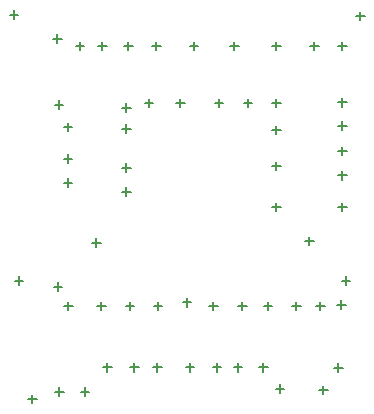
<source format=gbr>
%TF.GenerationSoftware,Altium Limited,Altium Designer,20.0.10 (225)*%
G04 Layer_Color=128*
%FSLAX26Y26*%
%MOIN*%
%TF.FileFunction,Drillmap*%
%TF.Part,CustomerPanel*%
G01*
G75*
%TA.AperFunction,NonConductor*%
%ADD28C,0.005000*%
D28*
X2336276Y3282618D02*
X2364276D01*
X2350276Y3268618D02*
Y3296618D01*
X2646276Y2995000D02*
X2674276D01*
X2660276Y2981000D02*
Y3009000D01*
X2841276Y3065000D02*
X2869276D01*
X2855276Y3051000D02*
Y3079000D01*
X2866276Y3355000D02*
X2894276D01*
X2880276Y3341000D02*
Y3369000D01*
X2851276Y3275000D02*
X2879276D01*
X2865276Y3261000D02*
Y3289000D01*
X1776276Y3355000D02*
X1804276D01*
X1790276Y3341000D02*
Y3369000D01*
X1906276Y3335000D02*
X1934276D01*
X1920276Y3321000D02*
Y3349000D01*
X1911276Y2985000D02*
X1939276D01*
X1925276Y2971000D02*
Y2999000D01*
X1996276Y2985000D02*
X2024276D01*
X2010276Y2971000D02*
Y2999000D01*
X1941276Y3270000D02*
X1969276D01*
X1955276Y3256000D02*
Y3284000D01*
X2051276Y3270000D02*
X2079276D01*
X2065276Y3256000D02*
Y3284000D01*
X2071276Y3065875D02*
X2099276D01*
X2085276Y3051875D02*
Y3079875D01*
X2161276Y3065875D02*
X2189276D01*
X2175276Y3051875D02*
Y3079875D01*
X2146276Y3270000D02*
X2174276D01*
X2160276Y3256000D02*
Y3284000D01*
X2436276Y3065875D02*
X2464276D01*
X2450276Y3051875D02*
Y3079875D01*
X2240445Y3270000D02*
X2268445D01*
X2254445Y3256000D02*
Y3284000D01*
X2238132Y3065875D02*
X2266132D01*
X2252132Y3051875D02*
Y3079875D01*
X2346276Y3065875D02*
X2374276D01*
X2360276Y3051875D02*
Y3079875D01*
X2506276Y3065875D02*
X2534276D01*
X2520276Y3051875D02*
Y3079875D01*
X2425019Y3270000D02*
X2453019D01*
X2439019Y3256000D02*
Y3284000D01*
X2781276Y3270000D02*
X2809276D01*
X2795276Y3256000D02*
Y3284000D01*
X2701276Y3270000D02*
X2729276D01*
X2715276Y3256000D02*
Y3284000D01*
X2607608Y3270000D02*
X2635608D01*
X2621608Y3256000D02*
Y3284000D01*
X2521276Y3270000D02*
X2549276D01*
X2535276Y3256000D02*
Y3284000D01*
X2591276Y3065875D02*
X2619276D01*
X2605276Y3051875D02*
Y3079875D01*
X2791276Y2990000D02*
X2819276D01*
X2805276Y2976000D02*
Y3004000D01*
X1821276Y2960000D02*
X1849276D01*
X1835276Y2946000D02*
Y2974000D01*
X1759819Y4241969D02*
X1787819D01*
X1773819Y4227969D02*
Y4255969D01*
X2854819Y3949351D02*
X2882819D01*
X2868819Y3935351D02*
Y3963351D01*
X2761492Y4136969D02*
X2789492D01*
X2775492Y4122969D02*
Y4150969D01*
X2854819Y4136969D02*
X2882819D01*
X2868819Y4122969D02*
Y4150969D01*
X1909819Y3941969D02*
X1937819D01*
X1923819Y3927969D02*
Y3955969D01*
X2914819Y4236969D02*
X2942819D01*
X2928819Y4222969D02*
Y4250969D01*
X2634819Y3946969D02*
X2662819D01*
X2648819Y3932969D02*
Y3960969D01*
X2134819Y3731969D02*
X2162819D01*
X2148819Y3717969D02*
Y3745969D01*
X2134819Y3651969D02*
X2162819D01*
X2148819Y3637969D02*
Y3665969D01*
X1939819Y3681969D02*
X1967819D01*
X1953819Y3667969D02*
Y3695969D01*
X1939819Y3761969D02*
X1967819D01*
X1953819Y3747969D02*
Y3775969D01*
X2854819Y3786969D02*
X2882819D01*
X2868819Y3772969D02*
Y3800969D01*
X2854819Y3706053D02*
X2882819D01*
X2868819Y3692053D02*
Y3720053D01*
X2634819Y3601296D02*
X2662819D01*
X2648819Y3587296D02*
Y3615296D01*
X2854819Y3601296D02*
X2882819D01*
X2868819Y3587296D02*
Y3615296D01*
X2634819Y3736853D02*
X2662819D01*
X2648819Y3722853D02*
Y3750853D01*
X2634819Y3856969D02*
X2662819D01*
X2648819Y3842969D02*
Y3870969D01*
X2359819Y4136969D02*
X2387819D01*
X2373819Y4122969D02*
Y4150969D01*
X2314819Y3946969D02*
X2342819D01*
X2328819Y3932969D02*
Y3960969D01*
X2444204Y3946969D02*
X2472204D01*
X2458204Y3932969D02*
Y3960969D01*
X2494819Y4136969D02*
X2522819D01*
X2508819Y4122969D02*
Y4150969D01*
X1939819Y3866969D02*
X1967819D01*
X1953819Y3852969D02*
Y3880969D01*
X2134819Y3861969D02*
X2162819D01*
X2148819Y3847969D02*
Y3875969D01*
X2634819Y4136969D02*
X2662819D01*
X2648819Y4122969D02*
Y4150969D01*
X2539819Y3946969D02*
X2567819D01*
X2553819Y3932969D02*
Y3960969D01*
X2854819Y3871969D02*
X2882819D01*
X2868819Y3857969D02*
Y3885969D01*
X1904819Y4161969D02*
X1932819D01*
X1918819Y4147969D02*
Y4175969D01*
X2134819Y3931969D02*
X2162819D01*
X2148819Y3917969D02*
Y3945969D01*
X2209819Y3946969D02*
X2237819D01*
X2223819Y3932969D02*
Y3960969D01*
X2235244Y4136969D02*
X2263244D01*
X2249244Y4122969D02*
Y4150969D01*
X2141366Y4136969D02*
X2169366D01*
X2155366Y4122969D02*
Y4150969D01*
X2054819Y4136969D02*
X2082819D01*
X2068819Y4122969D02*
Y4150969D01*
X1979819Y4136969D02*
X2007819D01*
X1993819Y4122969D02*
Y4150969D01*
X2744819Y3486969D02*
X2772819D01*
X2758819Y3472969D02*
Y3500969D01*
X2034819Y3481969D02*
X2062819D01*
X2048819Y3467969D02*
Y3495969D01*
%TF.MD5,d7cd3e8307fb70f6799ba7f70d1793b0*%
M02*

</source>
